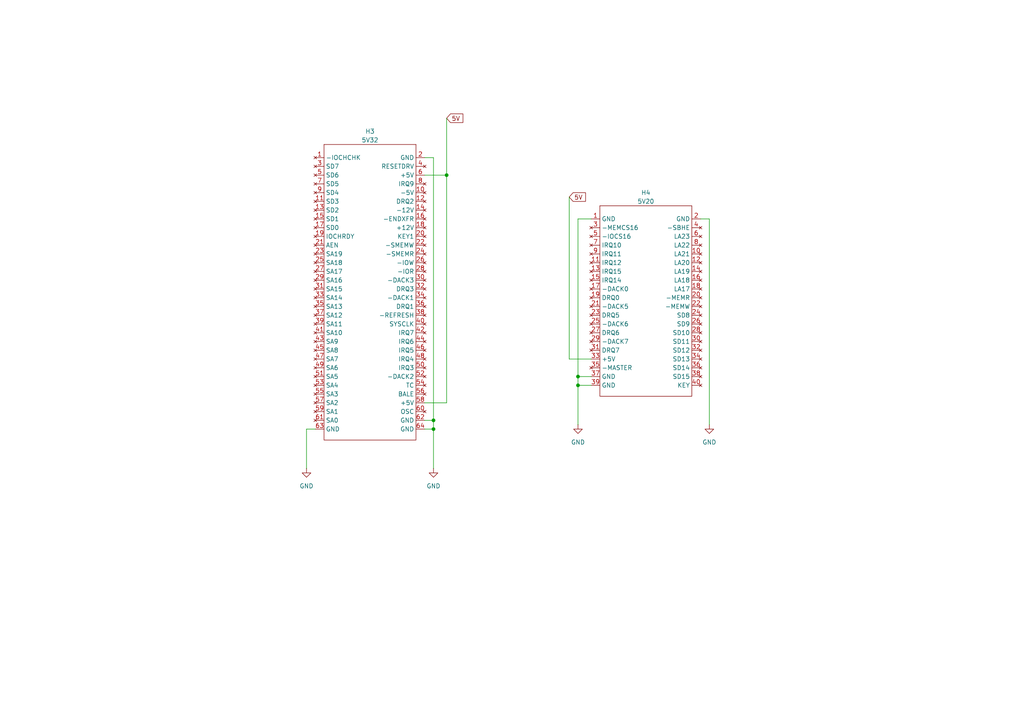
<source format=kicad_sch>
(kicad_sch
	(version 20231120)
	(generator "eeschema")
	(generator_version "8.0")
	(uuid "fc9fa8b3-71dc-428e-9c45-65dd3710cdcd")
	(paper "A4")
	(lib_symbols
		(symbol "NewSymbols:H3-PC104-J1"
			(exclude_from_sim no)
			(in_bom yes)
			(on_board yes)
			(property "Reference" "5V64"
				(at -11.43 36.83 0)
				(effects
					(font
						(size 1.27 1.27)
					)
				)
			)
			(property "Value" ""
				(at 0 0 0)
				(effects
					(font
						(size 1.27 1.27)
					)
				)
			)
			(property "Footprint" ""
				(at 0 0 0)
				(effects
					(font
						(size 1.27 1.27)
					)
					(hide yes)
				)
			)
			(property "Datasheet" ""
				(at 0 0 0)
				(effects
					(font
						(size 1.27 1.27)
					)
					(hide yes)
				)
			)
			(property "Description" ""
				(at 0 0 0)
				(effects
					(font
						(size 1.27 1.27)
					)
					(hide yes)
				)
			)
			(symbol "H3-PC104-J1_0_1"
				(polyline
					(pts
						(xy 12.7 35.56) (xy -13.97 35.56)
					)
					(stroke
						(width 0)
						(type default)
					)
					(fill
						(type none)
					)
				)
				(polyline
					(pts
						(xy -13.97 35.56) (xy -13.97 -50.165) (xy 12.7 -50.165) (xy 12.7 35.56)
					)
					(stroke
						(width 0)
						(type default)
					)
					(fill
						(type none)
					)
				)
			)
			(symbol "H3-PC104-J1_1_1"
				(pin no_connect line
					(at -16.51 31.75 0)
					(length 2.54)
					(name "-IOCHCHK"
						(effects
							(font
								(size 1.27 1.27)
							)
						)
					)
					(number "1"
						(effects
							(font
								(size 1.27 1.27)
							)
						)
					)
				)
				(pin no_connect line
					(at 15.24 21.59 180)
					(length 2.54)
					(name "-5V"
						(effects
							(font
								(size 1.27 1.27)
							)
						)
					)
					(number "10"
						(effects
							(font
								(size 1.27 1.27)
							)
						)
					)
				)
				(pin no_connect line
					(at -16.51 19.05 0)
					(length 2.54)
					(name "SD3"
						(effects
							(font
								(size 1.27 1.27)
							)
						)
					)
					(number "11"
						(effects
							(font
								(size 1.27 1.27)
							)
						)
					)
				)
				(pin no_connect line
					(at 15.24 19.05 180)
					(length 2.54)
					(name "DRQ2"
						(effects
							(font
								(size 1.27 1.27)
							)
						)
					)
					(number "12"
						(effects
							(font
								(size 1.27 1.27)
							)
						)
					)
				)
				(pin no_connect line
					(at -16.51 16.51 0)
					(length 2.54)
					(name "SD2"
						(effects
							(font
								(size 1.27 1.27)
							)
						)
					)
					(number "13"
						(effects
							(font
								(size 1.27 1.27)
							)
						)
					)
				)
				(pin no_connect line
					(at 15.24 16.51 180)
					(length 2.54)
					(name "-12V"
						(effects
							(font
								(size 1.27 1.27)
							)
						)
					)
					(number "14"
						(effects
							(font
								(size 1.27 1.27)
							)
						)
					)
				)
				(pin no_connect line
					(at -16.51 13.97 0)
					(length 2.54)
					(name "SD1"
						(effects
							(font
								(size 1.27 1.27)
							)
						)
					)
					(number "15"
						(effects
							(font
								(size 1.27 1.27)
							)
						)
					)
				)
				(pin no_connect line
					(at 15.24 13.97 180)
					(length 2.54)
					(name "-ENDXFR"
						(effects
							(font
								(size 1.27 1.27)
							)
						)
					)
					(number "16"
						(effects
							(font
								(size 1.27 1.27)
							)
						)
					)
				)
				(pin no_connect line
					(at -16.51 11.43 0)
					(length 2.54)
					(name "SD0"
						(effects
							(font
								(size 1.27 1.27)
							)
						)
					)
					(number "17"
						(effects
							(font
								(size 1.27 1.27)
							)
						)
					)
				)
				(pin no_connect line
					(at 15.24 11.43 180)
					(length 2.54)
					(name "+12V"
						(effects
							(font
								(size 1.27 1.27)
							)
						)
					)
					(number "18"
						(effects
							(font
								(size 1.27 1.27)
							)
						)
					)
				)
				(pin no_connect line
					(at -16.51 8.89 0)
					(length 2.54)
					(name "IOCHRDY"
						(effects
							(font
								(size 1.27 1.27)
							)
						)
					)
					(number "19"
						(effects
							(font
								(size 1.27 1.27)
							)
						)
					)
				)
				(pin input line
					(at 15.24 31.75 180)
					(length 2.54)
					(name "GND"
						(effects
							(font
								(size 1.27 1.27)
							)
						)
					)
					(number "2"
						(effects
							(font
								(size 1.27 1.27)
							)
						)
					)
				)
				(pin no_connect line
					(at 15.24 8.89 180)
					(length 2.54)
					(name "KEY1"
						(effects
							(font
								(size 1.27 1.27)
							)
						)
					)
					(number "20"
						(effects
							(font
								(size 1.27 1.27)
							)
						)
					)
				)
				(pin no_connect line
					(at -16.51 6.35 0)
					(length 2.54)
					(name "AEN"
						(effects
							(font
								(size 1.27 1.27)
							)
						)
					)
					(number "21"
						(effects
							(font
								(size 1.27 1.27)
							)
						)
					)
				)
				(pin no_connect line
					(at 15.24 6.35 180)
					(length 2.54)
					(name "-SMEMW"
						(effects
							(font
								(size 1.27 1.27)
							)
						)
					)
					(number "22"
						(effects
							(font
								(size 1.27 1.27)
							)
						)
					)
				)
				(pin no_connect line
					(at -16.51 3.81 0)
					(length 2.54)
					(name "SA19"
						(effects
							(font
								(size 1.27 1.27)
							)
						)
					)
					(number "23"
						(effects
							(font
								(size 1.27 1.27)
							)
						)
					)
				)
				(pin no_connect line
					(at 15.24 3.81 180)
					(length 2.54)
					(name "-SMEMR"
						(effects
							(font
								(size 1.27 1.27)
							)
						)
					)
					(number "24"
						(effects
							(font
								(size 1.27 1.27)
							)
						)
					)
				)
				(pin no_connect line
					(at -16.51 1.27 0)
					(length 2.54)
					(name "SA18"
						(effects
							(font
								(size 1.27 1.27)
							)
						)
					)
					(number "25"
						(effects
							(font
								(size 1.27 1.27)
							)
						)
					)
				)
				(pin no_connect line
					(at 15.24 1.27 180)
					(length 2.54)
					(name "-IOW"
						(effects
							(font
								(size 1.27 1.27)
							)
						)
					)
					(number "26"
						(effects
							(font
								(size 1.27 1.27)
							)
						)
					)
				)
				(pin no_connect line
					(at -16.51 -1.27 0)
					(length 2.54)
					(name "SA17"
						(effects
							(font
								(size 1.27 1.27)
							)
						)
					)
					(number "27"
						(effects
							(font
								(size 1.27 1.27)
							)
						)
					)
				)
				(pin no_connect line
					(at 15.24 -1.27 180)
					(length 2.54)
					(name "-IOR"
						(effects
							(font
								(size 1.27 1.27)
							)
						)
					)
					(number "28"
						(effects
							(font
								(size 1.27 1.27)
							)
						)
					)
				)
				(pin no_connect line
					(at -16.51 -3.81 0)
					(length 2.54)
					(name "SA16"
						(effects
							(font
								(size 1.27 1.27)
							)
						)
					)
					(number "29"
						(effects
							(font
								(size 1.27 1.27)
							)
						)
					)
				)
				(pin no_connect line
					(at -16.51 29.21 0)
					(length 2.54)
					(name "SD7"
						(effects
							(font
								(size 1.27 1.27)
							)
						)
					)
					(number "3"
						(effects
							(font
								(size 1.27 1.27)
							)
						)
					)
				)
				(pin no_connect line
					(at 15.24 -3.81 180)
					(length 2.54)
					(name "-DACK3"
						(effects
							(font
								(size 1.27 1.27)
							)
						)
					)
					(number "30"
						(effects
							(font
								(size 1.27 1.27)
							)
						)
					)
				)
				(pin no_connect line
					(at -16.51 -6.35 0)
					(length 2.54)
					(name "SA15"
						(effects
							(font
								(size 1.27 1.27)
							)
						)
					)
					(number "31"
						(effects
							(font
								(size 1.27 1.27)
							)
						)
					)
				)
				(pin no_connect line
					(at 15.24 -6.35 180)
					(length 2.54)
					(name "DRQ3"
						(effects
							(font
								(size 1.27 1.27)
							)
						)
					)
					(number "32"
						(effects
							(font
								(size 1.27 1.27)
							)
						)
					)
				)
				(pin no_connect line
					(at -16.51 -8.89 0)
					(length 2.54)
					(name "SA14"
						(effects
							(font
								(size 1.27 1.27)
							)
						)
					)
					(number "33"
						(effects
							(font
								(size 1.27 1.27)
							)
						)
					)
				)
				(pin no_connect line
					(at 15.24 -8.89 180)
					(length 2.54)
					(name "-DACK1"
						(effects
							(font
								(size 1.27 1.27)
							)
						)
					)
					(number "34"
						(effects
							(font
								(size 1.27 1.27)
							)
						)
					)
				)
				(pin no_connect line
					(at -16.51 -11.43 0)
					(length 2.54)
					(name "SA13"
						(effects
							(font
								(size 1.27 1.27)
							)
						)
					)
					(number "35"
						(effects
							(font
								(size 1.27 1.27)
							)
						)
					)
				)
				(pin no_connect line
					(at 15.24 -11.43 180)
					(length 2.54)
					(name "DRQ1"
						(effects
							(font
								(size 1.27 1.27)
							)
						)
					)
					(number "36"
						(effects
							(font
								(size 1.27 1.27)
							)
						)
					)
				)
				(pin no_connect line
					(at -16.51 -13.97 0)
					(length 2.54)
					(name "SA12"
						(effects
							(font
								(size 1.27 1.27)
							)
						)
					)
					(number "37"
						(effects
							(font
								(size 1.27 1.27)
							)
						)
					)
				)
				(pin no_connect line
					(at 15.24 -13.97 180)
					(length 2.54)
					(name "-REFRESH"
						(effects
							(font
								(size 1.27 1.27)
							)
						)
					)
					(number "38"
						(effects
							(font
								(size 1.27 1.27)
							)
						)
					)
				)
				(pin no_connect line
					(at -16.51 -16.51 0)
					(length 2.54)
					(name "SA11"
						(effects
							(font
								(size 1.27 1.27)
							)
						)
					)
					(number "39"
						(effects
							(font
								(size 1.27 1.27)
							)
						)
					)
				)
				(pin no_connect line
					(at 15.24 29.21 180)
					(length 2.54)
					(name "RESETDRV"
						(effects
							(font
								(size 1.27 1.27)
							)
						)
					)
					(number "4"
						(effects
							(font
								(size 1.27 1.27)
							)
						)
					)
				)
				(pin no_connect line
					(at 15.24 -16.51 180)
					(length 2.54)
					(name "SYSCLK"
						(effects
							(font
								(size 1.27 1.27)
							)
						)
					)
					(number "40"
						(effects
							(font
								(size 1.27 1.27)
							)
						)
					)
				)
				(pin no_connect line
					(at -16.51 -19.05 0)
					(length 2.54)
					(name "SA10"
						(effects
							(font
								(size 1.27 1.27)
							)
						)
					)
					(number "41"
						(effects
							(font
								(size 1.27 1.27)
							)
						)
					)
				)
				(pin no_connect line
					(at 15.24 -19.05 180)
					(length 2.54)
					(name "IRQ7"
						(effects
							(font
								(size 1.27 1.27)
							)
						)
					)
					(number "42"
						(effects
							(font
								(size 1.27 1.27)
							)
						)
					)
				)
				(pin no_connect line
					(at -16.51 -21.59 0)
					(length 2.54)
					(name "SA9"
						(effects
							(font
								(size 1.27 1.27)
							)
						)
					)
					(number "43"
						(effects
							(font
								(size 1.27 1.27)
							)
						)
					)
				)
				(pin no_connect line
					(at 15.24 -21.59 180)
					(length 2.54)
					(name "IRQ6"
						(effects
							(font
								(size 1.27 1.27)
							)
						)
					)
					(number "44"
						(effects
							(font
								(size 1.27 1.27)
							)
						)
					)
				)
				(pin no_connect line
					(at -16.51 -24.13 0)
					(length 2.54)
					(name "SA8"
						(effects
							(font
								(size 1.27 1.27)
							)
						)
					)
					(number "45"
						(effects
							(font
								(size 1.27 1.27)
							)
						)
					)
				)
				(pin no_connect line
					(at 15.24 -24.13 180)
					(length 2.54)
					(name "IRQ5"
						(effects
							(font
								(size 1.27 1.27)
							)
						)
					)
					(number "46"
						(effects
							(font
								(size 1.27 1.27)
							)
						)
					)
				)
				(pin no_connect line
					(at -16.51 -26.67 0)
					(length 2.54)
					(name "SA7"
						(effects
							(font
								(size 1.27 1.27)
							)
						)
					)
					(number "47"
						(effects
							(font
								(size 1.27 1.27)
							)
						)
					)
				)
				(pin no_connect line
					(at 15.24 -26.67 180)
					(length 2.54)
					(name "IRQ4"
						(effects
							(font
								(size 1.27 1.27)
							)
						)
					)
					(number "48"
						(effects
							(font
								(size 1.27 1.27)
							)
						)
					)
				)
				(pin no_connect line
					(at -16.51 -29.21 0)
					(length 2.54)
					(name "SA6"
						(effects
							(font
								(size 1.27 1.27)
							)
						)
					)
					(number "49"
						(effects
							(font
								(size 1.27 1.27)
							)
						)
					)
				)
				(pin no_connect line
					(at -16.51 26.67 0)
					(length 2.54)
					(name "SD6"
						(effects
							(font
								(size 1.27 1.27)
							)
						)
					)
					(number "5"
						(effects
							(font
								(size 1.27 1.27)
							)
						)
					)
				)
				(pin no_connect line
					(at 15.24 -29.21 180)
					(length 2.54)
					(name "IRQ3"
						(effects
							(font
								(size 1.27 1.27)
							)
						)
					)
					(number "50"
						(effects
							(font
								(size 1.27 1.27)
							)
						)
					)
				)
				(pin no_connect line
					(at -16.51 -31.75 0)
					(length 2.54)
					(name "SA5"
						(effects
							(font
								(size 1.27 1.27)
							)
						)
					)
					(number "51"
						(effects
							(font
								(size 1.27 1.27)
							)
						)
					)
				)
				(pin no_connect line
					(at 15.24 -31.75 180)
					(length 2.54)
					(name "-DACK2"
						(effects
							(font
								(size 1.27 1.27)
							)
						)
					)
					(number "52"
						(effects
							(font
								(size 1.27 1.27)
							)
						)
					)
				)
				(pin no_connect line
					(at -16.51 -34.29 0)
					(length 2.54)
					(name "SA4"
						(effects
							(font
								(size 1.27 1.27)
							)
						)
					)
					(number "53"
						(effects
							(font
								(size 1.27 1.27)
							)
						)
					)
				)
				(pin no_connect line
					(at 15.24 -34.29 180)
					(length 2.54)
					(name "TC"
						(effects
							(font
								(size 1.27 1.27)
							)
						)
					)
					(number "54"
						(effects
							(font
								(size 1.27 1.27)
							)
						)
					)
				)
				(pin no_connect line
					(at -16.51 -36.83 0)
					(length 2.54)
					(name "SA3"
						(effects
							(font
								(size 1.27 1.27)
							)
						)
					)
					(number "55"
						(effects
							(font
								(size 1.27 1.27)
							)
						)
					)
				)
				(pin no_connect line
					(at 15.24 -36.83 180)
					(length 2.54)
					(name "BALE"
						(effects
							(font
								(size 1.27 1.27)
							)
						)
					)
					(number "56"
						(effects
							(font
								(size 1.27 1.27)
							)
						)
					)
				)
				(pin no_connect line
					(at -16.51 -39.37 0)
					(length 2.54)
					(name "SA2"
						(effects
							(font
								(size 1.27 1.27)
							)
						)
					)
					(number "57"
						(effects
							(font
								(size 1.27 1.27)
							)
						)
					)
				)
				(pin power_out line
					(at 15.24 -39.37 180)
					(length 2.54)
					(name "+5V"
						(effects
							(font
								(size 1.27 1.27)
							)
						)
					)
					(number "58"
						(effects
							(font
								(size 1.27 1.27)
							)
						)
					)
				)
				(pin no_connect line
					(at -16.51 -41.91 0)
					(length 2.54)
					(name "SA1"
						(effects
							(font
								(size 1.27 1.27)
							)
						)
					)
					(number "59"
						(effects
							(font
								(size 1.27 1.27)
							)
						)
					)
				)
				(pin power_out line
					(at 15.24 26.67 180)
					(length 2.54)
					(name "+5V"
						(effects
							(font
								(size 1.27 1.27)
							)
						)
					)
					(number "6"
						(effects
							(font
								(size 1.27 1.27)
							)
						)
					)
				)
				(pin no_connect line
					(at 15.24 -41.91 180)
					(length 2.54)
					(name "OSC"
						(effects
							(font
								(size 1.27 1.27)
							)
						)
					)
					(number "60"
						(effects
							(font
								(size 1.27 1.27)
							)
						)
					)
				)
				(pin no_connect line
					(at -16.51 -44.45 0)
					(length 2.54)
					(name "SA0"
						(effects
							(font
								(size 1.27 1.27)
							)
						)
					)
					(number "61"
						(effects
							(font
								(size 1.27 1.27)
							)
						)
					)
				)
				(pin input line
					(at 15.24 -44.45 180)
					(length 2.54)
					(name "GND"
						(effects
							(font
								(size 1.27 1.27)
							)
						)
					)
					(number "62"
						(effects
							(font
								(size 1.27 1.27)
							)
						)
					)
				)
				(pin input line
					(at -16.51 -46.99 0)
					(length 2.54)
					(name "GND"
						(effects
							(font
								(size 1.27 1.27)
							)
						)
					)
					(number "63"
						(effects
							(font
								(size 1.27 1.27)
							)
						)
					)
				)
				(pin input line
					(at 15.24 -46.99 180)
					(length 2.54)
					(name "GND"
						(effects
							(font
								(size 1.27 1.27)
							)
						)
					)
					(number "64"
						(effects
							(font
								(size 1.27 1.27)
							)
						)
					)
				)
				(pin no_connect line
					(at -16.51 24.13 0)
					(length 2.54)
					(name "SD5"
						(effects
							(font
								(size 1.27 1.27)
							)
						)
					)
					(number "7"
						(effects
							(font
								(size 1.27 1.27)
							)
						)
					)
				)
				(pin no_connect line
					(at 15.24 24.13 180)
					(length 2.54)
					(name "IRQ9"
						(effects
							(font
								(size 1.27 1.27)
							)
						)
					)
					(number "8"
						(effects
							(font
								(size 1.27 1.27)
							)
						)
					)
				)
				(pin no_connect line
					(at -16.51 21.59 0)
					(length 2.54)
					(name "SD4"
						(effects
							(font
								(size 1.27 1.27)
							)
						)
					)
					(number "9"
						(effects
							(font
								(size 1.27 1.27)
							)
						)
					)
				)
			)
		)
		(symbol "NewSymbols:H4-PC104-J2"
			(exclude_from_sim no)
			(in_bom yes)
			(on_board yes)
			(property "Reference" "5V40"
				(at -11.938 26.924 0)
				(effects
					(font
						(size 1.27 1.27)
					)
				)
			)
			(property "Value" ""
				(at 0 -8.89 0)
				(effects
					(font
						(size 1.27 1.27)
					)
				)
			)
			(property "Footprint" ""
				(at 0 -8.89 0)
				(effects
					(font
						(size 1.27 1.27)
					)
					(hide yes)
				)
			)
			(property "Datasheet" ""
				(at 0 -8.89 0)
				(effects
					(font
						(size 1.27 1.27)
					)
					(hide yes)
				)
			)
			(property "Description" ""
				(at 0 -8.89 0)
				(effects
					(font
						(size 1.27 1.27)
					)
					(hide yes)
				)
			)
			(symbol "H4-PC104-J2_0_1"
				(polyline
					(pts
						(xy 12.7 25.4) (xy -13.97 25.4)
					)
					(stroke
						(width 0)
						(type default)
					)
					(fill
						(type none)
					)
				)
				(polyline
					(pts
						(xy -13.97 25.4) (xy -13.97 -29.845) (xy 12.7 -29.845) (xy 12.7 25.4)
					)
					(stroke
						(width 0)
						(type default)
					)
					(fill
						(type none)
					)
				)
			)
			(symbol "H4-PC104-J2_1_1"
				(pin input line
					(at -16.51 21.59 0)
					(length 2.54)
					(name "GND"
						(effects
							(font
								(size 1.27 1.27)
							)
						)
					)
					(number "1"
						(effects
							(font
								(size 1.27 1.27)
							)
						)
					)
				)
				(pin no_connect line
					(at 15.24 11.43 180)
					(length 2.54)
					(name "LA21"
						(effects
							(font
								(size 1.27 1.27)
							)
						)
					)
					(number "10"
						(effects
							(font
								(size 1.27 1.27)
							)
						)
					)
				)
				(pin no_connect line
					(at -16.51 8.89 0)
					(length 2.54)
					(name "IRQ12"
						(effects
							(font
								(size 1.27 1.27)
							)
						)
					)
					(number "11"
						(effects
							(font
								(size 1.27 1.27)
							)
						)
					)
				)
				(pin no_connect line
					(at 15.24 8.89 180)
					(length 2.54)
					(name "LA20"
						(effects
							(font
								(size 1.27 1.27)
							)
						)
					)
					(number "12"
						(effects
							(font
								(size 1.27 1.27)
							)
						)
					)
				)
				(pin no_connect line
					(at -16.51 6.35 0)
					(length 2.54)
					(name "IRQ15"
						(effects
							(font
								(size 1.27 1.27)
							)
						)
					)
					(number "13"
						(effects
							(font
								(size 1.27 1.27)
							)
						)
					)
				)
				(pin no_connect line
					(at 15.24 6.35 180)
					(length 2.54)
					(name "LA19"
						(effects
							(font
								(size 1.27 1.27)
							)
						)
					)
					(number "14"
						(effects
							(font
								(size 1.27 1.27)
							)
						)
					)
				)
				(pin no_connect line
					(at -16.51 3.81 0)
					(length 2.54)
					(name "IRQ14"
						(effects
							(font
								(size 1.27 1.27)
							)
						)
					)
					(number "15"
						(effects
							(font
								(size 1.27 1.27)
							)
						)
					)
				)
				(pin no_connect line
					(at 15.24 3.81 180)
					(length 2.54)
					(name "LA18"
						(effects
							(font
								(size 1.27 1.27)
							)
						)
					)
					(number "16"
						(effects
							(font
								(size 1.27 1.27)
							)
						)
					)
				)
				(pin no_connect line
					(at -16.51 1.27 0)
					(length 2.54)
					(name "-DACK0"
						(effects
							(font
								(size 1.27 1.27)
							)
						)
					)
					(number "17"
						(effects
							(font
								(size 1.27 1.27)
							)
						)
					)
				)
				(pin no_connect line
					(at 15.24 1.27 180)
					(length 2.54)
					(name "LA17"
						(effects
							(font
								(size 1.27 1.27)
							)
						)
					)
					(number "18"
						(effects
							(font
								(size 1.27 1.27)
							)
						)
					)
				)
				(pin no_connect line
					(at -16.51 -1.27 0)
					(length 2.54)
					(name "DRQ0"
						(effects
							(font
								(size 1.27 1.27)
							)
						)
					)
					(number "19"
						(effects
							(font
								(size 1.27 1.27)
							)
						)
					)
				)
				(pin input line
					(at 15.24 21.59 180)
					(length 2.54)
					(name "GND"
						(effects
							(font
								(size 1.27 1.27)
							)
						)
					)
					(number "2"
						(effects
							(font
								(size 1.27 1.27)
							)
						)
					)
				)
				(pin no_connect line
					(at 15.24 -1.27 180)
					(length 2.54)
					(name "-MEMR"
						(effects
							(font
								(size 1.27 1.27)
							)
						)
					)
					(number "20"
						(effects
							(font
								(size 1.27 1.27)
							)
						)
					)
				)
				(pin no_connect line
					(at -16.51 -3.81 0)
					(length 2.54)
					(name "-DACK5"
						(effects
							(font
								(size 1.27 1.27)
							)
						)
					)
					(number "21"
						(effects
							(font
								(size 1.27 1.27)
							)
						)
					)
				)
				(pin no_connect line
					(at 15.24 -3.81 180)
					(length 2.54)
					(name "-MEMW"
						(effects
							(font
								(size 1.27 1.27)
							)
						)
					)
					(number "22"
						(effects
							(font
								(size 1.27 1.27)
							)
						)
					)
				)
				(pin no_connect line
					(at -16.51 -6.35 0)
					(length 2.54)
					(name "DRQ5"
						(effects
							(font
								(size 1.27 1.27)
							)
						)
					)
					(number "23"
						(effects
							(font
								(size 1.27 1.27)
							)
						)
					)
				)
				(pin no_connect line
					(at 15.24 -6.35 180)
					(length 2.54)
					(name "SD8"
						(effects
							(font
								(size 1.27 1.27)
							)
						)
					)
					(number "24"
						(effects
							(font
								(size 1.27 1.27)
							)
						)
					)
				)
				(pin no_connect line
					(at -16.51 -8.89 0)
					(length 2.54)
					(name "-DACK6"
						(effects
							(font
								(size 1.27 1.27)
							)
						)
					)
					(number "25"
						(effects
							(font
								(size 1.27 1.27)
							)
						)
					)
				)
				(pin no_connect line
					(at 15.24 -8.89 180)
					(length 2.54)
					(name "SD9"
						(effects
							(font
								(size 1.27 1.27)
							)
						)
					)
					(number "26"
						(effects
							(font
								(size 1.27 1.27)
							)
						)
					)
				)
				(pin no_connect line
					(at -16.51 -11.43 0)
					(length 2.54)
					(name "DRQ6"
						(effects
							(font
								(size 1.27 1.27)
							)
						)
					)
					(number "27"
						(effects
							(font
								(size 1.27 1.27)
							)
						)
					)
				)
				(pin no_connect line
					(at 15.24 -11.43 180)
					(length 2.54)
					(name "SD10"
						(effects
							(font
								(size 1.27 1.27)
							)
						)
					)
					(number "28"
						(effects
							(font
								(size 1.27 1.27)
							)
						)
					)
				)
				(pin no_connect line
					(at -16.51 -13.97 0)
					(length 2.54)
					(name "-DACK7"
						(effects
							(font
								(size 1.27 1.27)
							)
						)
					)
					(number "29"
						(effects
							(font
								(size 1.27 1.27)
							)
						)
					)
				)
				(pin no_connect line
					(at -16.51 19.05 0)
					(length 2.54)
					(name "-MEMCS16"
						(effects
							(font
								(size 1.27 1.27)
							)
						)
					)
					(number "3"
						(effects
							(font
								(size 1.27 1.27)
							)
						)
					)
				)
				(pin no_connect line
					(at 15.24 -13.97 180)
					(length 2.54)
					(name "SD11"
						(effects
							(font
								(size 1.27 1.27)
							)
						)
					)
					(number "30"
						(effects
							(font
								(size 1.27 1.27)
							)
						)
					)
				)
				(pin no_connect line
					(at -16.51 -16.51 0)
					(length 2.54)
					(name "DRQ7"
						(effects
							(font
								(size 1.27 1.27)
							)
						)
					)
					(number "31"
						(effects
							(font
								(size 1.27 1.27)
							)
						)
					)
				)
				(pin no_connect line
					(at 15.24 -16.51 180)
					(length 2.54)
					(name "SD12"
						(effects
							(font
								(size 1.27 1.27)
							)
						)
					)
					(number "32"
						(effects
							(font
								(size 1.27 1.27)
							)
						)
					)
				)
				(pin power_out line
					(at -16.51 -19.05 0)
					(length 2.54)
					(name "+5V"
						(effects
							(font
								(size 1.27 1.27)
							)
						)
					)
					(number "33"
						(effects
							(font
								(size 1.27 1.27)
							)
						)
					)
				)
				(pin no_connect line
					(at 15.24 -19.05 180)
					(length 2.54)
					(name "SD13"
						(effects
							(font
								(size 1.27 1.27)
							)
						)
					)
					(number "34"
						(effects
							(font
								(size 1.27 1.27)
							)
						)
					)
				)
				(pin no_connect line
					(at -16.51 -21.59 0)
					(length 2.54)
					(name "-MASTER"
						(effects
							(font
								(size 1.27 1.27)
							)
						)
					)
					(number "35"
						(effects
							(font
								(size 1.27 1.27)
							)
						)
					)
				)
				(pin no_connect line
					(at 15.24 -21.59 180)
					(length 2.54)
					(name "SD14"
						(effects
							(font
								(size 1.27 1.27)
							)
						)
					)
					(number "36"
						(effects
							(font
								(size 1.27 1.27)
							)
						)
					)
				)
				(pin input line
					(at -16.51 -24.13 0)
					(length 2.54)
					(name "GND"
						(effects
							(font
								(size 1.27 1.27)
							)
						)
					)
					(number "37"
						(effects
							(font
								(size 1.27 1.27)
							)
						)
					)
				)
				(pin no_connect line
					(at 15.24 -24.13 180)
					(length 2.54)
					(name "SD15"
						(effects
							(font
								(size 1.27 1.27)
							)
						)
					)
					(number "38"
						(effects
							(font
								(size 1.27 1.27)
							)
						)
					)
				)
				(pin input line
					(at -16.51 -26.67 0)
					(length 2.54)
					(name "GND"
						(effects
							(font
								(size 1.27 1.27)
							)
						)
					)
					(number "39"
						(effects
							(font
								(size 1.27 1.27)
							)
						)
					)
				)
				(pin no_connect line
					(at 15.24 19.05 180)
					(length 2.54)
					(name "-SBHE"
						(effects
							(font
								(size 1.27 1.27)
							)
						)
					)
					(number "4"
						(effects
							(font
								(size 1.27 1.27)
							)
						)
					)
				)
				(pin no_connect line
					(at 15.24 -26.67 180)
					(length 2.54)
					(name "KEY"
						(effects
							(font
								(size 1.27 1.27)
							)
						)
					)
					(number "40"
						(effects
							(font
								(size 1.27 1.27)
							)
						)
					)
				)
				(pin no_connect line
					(at -16.51 16.51 0)
					(length 2.54)
					(name "-IOCS16"
						(effects
							(font
								(size 1.27 1.27)
							)
						)
					)
					(number "5"
						(effects
							(font
								(size 1.27 1.27)
							)
						)
					)
				)
				(pin no_connect line
					(at 15.24 16.51 180)
					(length 2.54)
					(name "LA23"
						(effects
							(font
								(size 1.27 1.27)
							)
						)
					)
					(number "6"
						(effects
							(font
								(size 1.27 1.27)
							)
						)
					)
				)
				(pin no_connect line
					(at -16.51 13.97 0)
					(length 2.54)
					(name "IRQ10"
						(effects
							(font
								(size 1.27 1.27)
							)
						)
					)
					(number "7"
						(effects
							(font
								(size 1.27 1.27)
							)
						)
					)
				)
				(pin no_connect line
					(at 15.24 13.97 180)
					(length 2.54)
					(name "LA22"
						(effects
							(font
								(size 1.27 1.27)
							)
						)
					)
					(number "8"
						(effects
							(font
								(size 1.27 1.27)
							)
						)
					)
				)
				(pin no_connect line
					(at -16.51 11.43 0)
					(length 2.54)
					(name "IRQ11"
						(effects
							(font
								(size 1.27 1.27)
							)
						)
					)
					(number "9"
						(effects
							(font
								(size 1.27 1.27)
							)
						)
					)
				)
			)
		)
		(symbol "power:GND"
			(power)
			(pin_numbers hide)
			(pin_names
				(offset 0) hide)
			(exclude_from_sim no)
			(in_bom yes)
			(on_board yes)
			(property "Reference" "#PWR"
				(at 0 -6.35 0)
				(effects
					(font
						(size 1.27 1.27)
					)
					(hide yes)
				)
			)
			(property "Value" "GND"
				(at 0 -3.81 0)
				(effects
					(font
						(size 1.27 1.27)
					)
				)
			)
			(property "Footprint" ""
				(at 0 0 0)
				(effects
					(font
						(size 1.27 1.27)
					)
					(hide yes)
				)
			)
			(property "Datasheet" ""
				(at 0 0 0)
				(effects
					(font
						(size 1.27 1.27)
					)
					(hide yes)
				)
			)
			(property "Description" "Power symbol creates a global label with name \"GND\" , ground"
				(at 0 0 0)
				(effects
					(font
						(size 1.27 1.27)
					)
					(hide yes)
				)
			)
			(property "ki_keywords" "global power"
				(at 0 0 0)
				(effects
					(font
						(size 1.27 1.27)
					)
					(hide yes)
				)
			)
			(symbol "GND_0_1"
				(polyline
					(pts
						(xy 0 0) (xy 0 -1.27) (xy 1.27 -1.27) (xy 0 -2.54) (xy -1.27 -1.27) (xy 0 -1.27)
					)
					(stroke
						(width 0)
						(type default)
					)
					(fill
						(type none)
					)
				)
			)
			(symbol "GND_1_1"
				(pin power_in line
					(at 0 0 270)
					(length 0)
					(name "~"
						(effects
							(font
								(size 1.27 1.27)
							)
						)
					)
					(number "1"
						(effects
							(font
								(size 1.27 1.27)
							)
						)
					)
				)
			)
		)
	)
	(junction
		(at 125.73 124.46)
		(diameter 0)
		(color 0 0 0 0)
		(uuid "510425e9-1d3b-4c6b-b213-cb23460dcbe1")
	)
	(junction
		(at 125.73 121.92)
		(diameter 0)
		(color 0 0 0 0)
		(uuid "5ff2569f-5b63-482d-bc23-e58b050be91e")
	)
	(junction
		(at 129.54 50.8)
		(diameter 0)
		(color 0 0 0 0)
		(uuid "7a999d55-6e20-4c11-a24d-cbe75657f36a")
	)
	(junction
		(at 167.64 111.76)
		(diameter 0)
		(color 0 0 0 0)
		(uuid "9bb363a2-30a6-4ec6-87c6-62bc1b525966")
	)
	(junction
		(at 167.64 109.22)
		(diameter 0)
		(color 0 0 0 0)
		(uuid "df24b9dd-7cf9-405a-803f-665ba3c0ea19")
	)
	(wire
		(pts
			(xy 167.64 111.76) (xy 171.45 111.76)
		)
		(stroke
			(width 0)
			(type default)
		)
		(uuid "067f87bd-3527-411c-b261-cad950347ae3")
	)
	(wire
		(pts
			(xy 205.74 63.5) (xy 205.74 123.19)
		)
		(stroke
			(width 0)
			(type default)
		)
		(uuid "0f607bec-0504-4426-9ece-74e708f05b0a")
	)
	(wire
		(pts
			(xy 129.54 34.29) (xy 129.54 50.8)
		)
		(stroke
			(width 0)
			(type default)
		)
		(uuid "29c67bfc-b00b-48d4-9483-575dab33d3b5")
	)
	(wire
		(pts
			(xy 123.19 50.8) (xy 129.54 50.8)
		)
		(stroke
			(width 0)
			(type default)
		)
		(uuid "37c7a4d0-f23e-45fb-b7a8-f76995815462")
	)
	(wire
		(pts
			(xy 125.73 121.92) (xy 125.73 124.46)
		)
		(stroke
			(width 0)
			(type default)
		)
		(uuid "40c19c0d-2638-4167-a9cc-39455acd5e2d")
	)
	(wire
		(pts
			(xy 123.19 124.46) (xy 125.73 124.46)
		)
		(stroke
			(width 0)
			(type default)
		)
		(uuid "4a3a1fe1-74aa-4903-b744-74000720582e")
	)
	(wire
		(pts
			(xy 167.64 111.76) (xy 167.64 123.19)
		)
		(stroke
			(width 0)
			(type default)
		)
		(uuid "613e0534-dadc-44e4-a3c5-3366dde7cbb9")
	)
	(wire
		(pts
			(xy 125.73 45.72) (xy 125.73 121.92)
		)
		(stroke
			(width 0)
			(type default)
		)
		(uuid "8a4ef909-4ee9-43cb-bb02-88e3c1d3ef79")
	)
	(wire
		(pts
			(xy 129.54 50.8) (xy 129.54 116.84)
		)
		(stroke
			(width 0)
			(type default)
		)
		(uuid "8ada4c7a-6bc3-4abc-8b1c-516979ef1fd2")
	)
	(wire
		(pts
			(xy 165.1 104.14) (xy 171.45 104.14)
		)
		(stroke
			(width 0)
			(type default)
		)
		(uuid "8be1edfe-1fe4-4e39-8fdd-ebe43092f55c")
	)
	(wire
		(pts
			(xy 167.64 109.22) (xy 167.64 111.76)
		)
		(stroke
			(width 0)
			(type default)
		)
		(uuid "93c6caab-904a-4fef-9197-61f8dd5aa07a")
	)
	(wire
		(pts
			(xy 125.73 124.46) (xy 125.73 135.89)
		)
		(stroke
			(width 0)
			(type default)
		)
		(uuid "93f6a4d2-f642-4986-9971-66f4b225bd0e")
	)
	(wire
		(pts
			(xy 88.9 124.46) (xy 88.9 135.89)
		)
		(stroke
			(width 0)
			(type default)
		)
		(uuid "9638e63f-688b-4eb1-90e7-7bccb7791c21")
	)
	(wire
		(pts
			(xy 123.19 116.84) (xy 129.54 116.84)
		)
		(stroke
			(width 0)
			(type default)
		)
		(uuid "bb44aee9-57d0-4d6e-873b-4f68404687c7")
	)
	(wire
		(pts
			(xy 203.2 63.5) (xy 205.74 63.5)
		)
		(stroke
			(width 0)
			(type default)
		)
		(uuid "bc2fe703-a9b4-4150-a9ef-331a9f9cff9d")
	)
	(wire
		(pts
			(xy 123.19 45.72) (xy 125.73 45.72)
		)
		(stroke
			(width 0)
			(type default)
		)
		(uuid "c696bfad-3158-47c3-b089-fca5386313a2")
	)
	(wire
		(pts
			(xy 167.64 63.5) (xy 167.64 109.22)
		)
		(stroke
			(width 0)
			(type default)
		)
		(uuid "c9d80375-301a-4780-ab7a-8a54edb30033")
	)
	(wire
		(pts
			(xy 123.19 121.92) (xy 125.73 121.92)
		)
		(stroke
			(width 0)
			(type default)
		)
		(uuid "cccf31e8-ea42-49f0-aed5-9e75aeae71fc")
	)
	(wire
		(pts
			(xy 91.44 124.46) (xy 88.9 124.46)
		)
		(stroke
			(width 0)
			(type default)
		)
		(uuid "d223c7ea-41f9-4e85-a338-5eb6c0c35931")
	)
	(wire
		(pts
			(xy 165.1 57.15) (xy 165.1 104.14)
		)
		(stroke
			(width 0)
			(type default)
		)
		(uuid "dbc457ed-9611-416e-a047-6ed6f7280ce3")
	)
	(wire
		(pts
			(xy 167.64 109.22) (xy 171.45 109.22)
		)
		(stroke
			(width 0)
			(type default)
		)
		(uuid "eb9f8d4a-08e9-4519-9466-5b3b3b07dc3c")
	)
	(wire
		(pts
			(xy 171.45 63.5) (xy 167.64 63.5)
		)
		(stroke
			(width 0)
			(type default)
		)
		(uuid "f3ee8482-b4d3-42d1-a9ec-3fd5d6dde821")
	)
	(global_label "5V"
		(shape input)
		(at 165.1 57.15 0)
		(fields_autoplaced yes)
		(effects
			(font
				(size 1.27 1.27)
			)
			(justify left)
		)
		(uuid "00fa8f75-d00c-4ee2-9a5e-9f5d760f0afd")
		(property "Intersheetrefs" "${INTERSHEET_REFS}"
			(at 170.3833 57.15 0)
			(effects
				(font
					(size 1.27 1.27)
				)
				(justify left)
				(hide yes)
			)
		)
	)
	(global_label "5V"
		(shape input)
		(at 129.54 34.29 0)
		(fields_autoplaced yes)
		(effects
			(font
				(size 1.27 1.27)
			)
			(justify left)
		)
		(uuid "bbbc6e96-edde-4ba2-9bb2-0641f43b3800")
		(property "Intersheetrefs" "${INTERSHEET_REFS}"
			(at 134.8233 34.29 0)
			(effects
				(font
					(size 1.27 1.27)
				)
				(justify left)
				(hide yes)
			)
		)
	)
	(symbol
		(lib_id "NewSymbols:H4-PC104-J2")
		(at 187.96 85.09 0)
		(unit 1)
		(exclude_from_sim no)
		(in_bom yes)
		(on_board yes)
		(dnp no)
		(fields_autoplaced yes)
		(uuid "40f815d9-fb19-4da9-9eae-a98631c28756")
		(property "Reference" "H4"
			(at 187.325 55.88 0)
			(effects
				(font
					(size 1.27 1.27)
				)
			)
		)
		(property "Value" "5V20"
			(at 187.325 58.42 0)
			(effects
				(font
					(size 1.27 1.27)
				)
			)
		)
		(property "Footprint" "Library:H4"
			(at 187.96 93.98 0)
			(effects
				(font
					(size 1.27 1.27)
				)
				(hide yes)
			)
		)
		(property "Datasheet" ""
			(at 187.96 93.98 0)
			(effects
				(font
					(size 1.27 1.27)
				)
				(hide yes)
			)
		)
		(property "Description" ""
			(at 187.96 93.98 0)
			(effects
				(font
					(size 1.27 1.27)
				)
				(hide yes)
			)
		)
		(pin "25"
			(uuid "f660d745-0102-4f4e-b640-464b14e87613")
		)
		(pin "19"
			(uuid "af992c2a-0fbf-4ca9-b45a-4b9a01a3c24c")
		)
		(pin "28"
			(uuid "615c27ef-cb89-4a3f-b80f-9f645e640577")
		)
		(pin "3"
			(uuid "b73fcfcd-23a5-41ac-84e6-d3dc993ae8bc")
		)
		(pin "6"
			(uuid "28af383e-cd66-4e56-a0a1-fb197d48fda2")
		)
		(pin "32"
			(uuid "a2a68d47-768e-4c9e-8901-61474834d13a")
		)
		(pin "7"
			(uuid "21efab27-a9c3-484d-b4ca-455670044b97")
		)
		(pin "18"
			(uuid "c71aa468-095a-4882-a723-053771542a49")
		)
		(pin "26"
			(uuid "da221570-1bbe-4ab7-ba88-cc554c170c42")
		)
		(pin "17"
			(uuid "4bc53ff1-3b24-4d5c-96ec-447bc9463064")
		)
		(pin "33"
			(uuid "1bcf7c29-5f5f-4bda-854c-7e916f57be2b")
		)
		(pin "35"
			(uuid "cccf81fd-f81c-4b30-b0c9-41b91da451dd")
		)
		(pin "4"
			(uuid "90d1eb8f-47fa-41c3-b383-0345c1adde46")
		)
		(pin "9"
			(uuid "72ae7e5e-b72f-4f22-8026-b0eb5019938e")
		)
		(pin "5"
			(uuid "8aff2e69-e037-48f2-8934-5591cd9ba360")
		)
		(pin "30"
			(uuid "28788b1e-88c4-4c89-8c89-1cb549baa704")
		)
		(pin "13"
			(uuid "44a6ec95-bb9b-40a7-9e2c-18be1a3b5dee")
		)
		(pin "34"
			(uuid "eceac9e4-1fe3-4529-82dd-f30018eef052")
		)
		(pin "23"
			(uuid "6d0eb116-f81d-4bb4-a07f-95abe309586b")
		)
		(pin "27"
			(uuid "f59f3e96-6d21-4354-b5c1-8dadfd00e05c")
		)
		(pin "12"
			(uuid "77888c60-8f41-4d82-8111-e6165afbcadf")
		)
		(pin "39"
			(uuid "da69d9df-8d91-4cbd-91ff-c177e2ed0416")
		)
		(pin "10"
			(uuid "898efa4d-502a-4a9b-913a-c18aac68de67")
		)
		(pin "24"
			(uuid "9855e694-922b-4c2c-8bae-e6444aced2b8")
		)
		(pin "40"
			(uuid "b4b9db7b-258b-49e8-bbc8-ef09d8b5ed73")
		)
		(pin "31"
			(uuid "d72ef168-61b9-4f72-a55f-5aee6bdf1ecd")
		)
		(pin "8"
			(uuid "a5f7c7d0-1a10-4706-8af9-02035545240e")
		)
		(pin "21"
			(uuid "d3688663-a890-4d9b-a31a-51c77b4a25ba")
		)
		(pin "22"
			(uuid "7cb8aac7-9cf5-44b7-97d4-87356303d3fd")
		)
		(pin "29"
			(uuid "3cd3ea0b-5e0e-4ca5-87e2-9c70f8f3cd4f")
		)
		(pin "36"
			(uuid "d2d5fcf4-730b-4103-b0e1-a243a592c0eb")
		)
		(pin "2"
			(uuid "ea22cbb1-0ffd-40cc-aba1-1a9ca965791c")
		)
		(pin "16"
			(uuid "2ca873f9-cd16-4c80-bee5-034bd19d7ece")
		)
		(pin "38"
			(uuid "ef053726-3b82-4302-b4ad-2f84c981b27d")
		)
		(pin "1"
			(uuid "ad59e6d1-eb32-4178-bc30-3c8966015d26")
		)
		(pin "20"
			(uuid "64b7ac5a-4a32-4e07-a181-fdd0675ec73c")
		)
		(pin "37"
			(uuid "d0b1b574-9c99-4ab3-bc12-1408b51155b4")
		)
		(pin "15"
			(uuid "ada951ad-36c0-42bc-bc57-ba3cf1d44a5e")
		)
		(pin "11"
			(uuid "d5b06bad-565b-4253-ba4f-45631bca7fde")
		)
		(pin "14"
			(uuid "660711a6-4c83-448f-b23f-e6f5d852539c")
		)
		(instances
			(project "BOBPrototype"
				(path "/4940c63c-65b5-4f17-bae9-f8f159cf243f/47cf8364-7cb1-45f1-a1a1-847da3dbbd13"
					(reference "H4")
					(unit 1)
				)
			)
		)
	)
	(symbol
		(lib_id "power:GND")
		(at 167.64 123.19 0)
		(unit 1)
		(exclude_from_sim no)
		(in_bom yes)
		(on_board yes)
		(dnp no)
		(fields_autoplaced yes)
		(uuid "59509c0c-7aa9-4cf8-9403-b463044c5ed7")
		(property "Reference" "#PWR03"
			(at 167.64 129.54 0)
			(effects
				(font
					(size 1.27 1.27)
				)
				(hide yes)
			)
		)
		(property "Value" "GND"
			(at 167.64 128.27 0)
			(effects
				(font
					(size 1.27 1.27)
				)
			)
		)
		(property "Footprint" ""
			(at 167.64 123.19 0)
			(effects
				(font
					(size 1.27 1.27)
				)
				(hide yes)
			)
		)
		(property "Datasheet" ""
			(at 167.64 123.19 0)
			(effects
				(font
					(size 1.27 1.27)
				)
				(hide yes)
			)
		)
		(property "Description" "Power symbol creates a global label with name \"GND\" , ground"
			(at 167.64 123.19 0)
			(effects
				(font
					(size 1.27 1.27)
				)
				(hide yes)
			)
		)
		(pin "1"
			(uuid "a3f1ba90-3056-4782-be2e-981e1d40d424")
		)
		(instances
			(project "BOBPrototype"
				(path "/4940c63c-65b5-4f17-bae9-f8f159cf243f/47cf8364-7cb1-45f1-a1a1-847da3dbbd13"
					(reference "#PWR03")
					(unit 1)
				)
			)
		)
	)
	(symbol
		(lib_id "NewSymbols:H3-PC104-J1")
		(at 107.95 77.47 0)
		(unit 1)
		(exclude_from_sim no)
		(in_bom yes)
		(on_board yes)
		(dnp no)
		(fields_autoplaced yes)
		(uuid "66dc887d-8326-46de-ac90-b4d719148641")
		(property "Reference" "H3"
			(at 107.315 38.1 0)
			(effects
				(font
					(size 1.27 1.27)
				)
			)
		)
		(property "Value" "5V32"
			(at 107.315 40.64 0)
			(effects
				(font
					(size 1.27 1.27)
				)
			)
		)
		(property "Footprint" "Library:H3"
			(at 107.95 77.47 0)
			(effects
				(font
					(size 1.27 1.27)
				)
				(hide yes)
			)
		)
		(property "Datasheet" ""
			(at 107.95 77.47 0)
			(effects
				(font
					(size 1.27 1.27)
				)
				(hide yes)
			)
		)
		(property "Description" ""
			(at 107.95 77.47 0)
			(effects
				(font
					(size 1.27 1.27)
				)
				(hide yes)
			)
		)
		(pin "50"
			(uuid "811139e0-100a-40c4-b3e2-76b5a99bcef8")
		)
		(pin "51"
			(uuid "6e7cd2fa-d1b3-4aa1-a9d2-b1a733d78b41")
		)
		(pin "57"
			(uuid "51536cef-d5da-4473-857a-3747aced2b89")
		)
		(pin "55"
			(uuid "ab7b1c49-0a47-4088-bad5-7f6a644defd5")
		)
		(pin "3"
			(uuid "530da2d4-34f0-468b-afe5-aec504601f3f")
		)
		(pin "42"
			(uuid "870bf256-6af2-4a0f-9036-eb9a89fdae62")
		)
		(pin "1"
			(uuid "13260d10-a2d0-4832-93d8-56afe438cc93")
		)
		(pin "19"
			(uuid "87e55ef7-b933-40db-b5f1-50cdc1dd6913")
		)
		(pin "34"
			(uuid "ef6226d0-36de-4365-98f8-2b3eeb392393")
		)
		(pin "5"
			(uuid "5eacf256-33f9-4ee7-8b66-82f19c70dbd6")
		)
		(pin "26"
			(uuid "bca66bad-ed54-482c-8017-6f3207fe2427")
		)
		(pin "58"
			(uuid "3b6c245f-9b5b-4080-9efa-3370268c9491")
		)
		(pin "20"
			(uuid "8305025e-8bf0-4d5e-80c9-8217917cfc15")
		)
		(pin "27"
			(uuid "51748831-538e-4a1d-bae9-90c3cea7c613")
		)
		(pin "32"
			(uuid "d998fa2f-f8d9-4455-8b05-608a6d86b971")
		)
		(pin "53"
			(uuid "5d0bcea8-c784-4e2b-beb5-f403f9a62c9e")
		)
		(pin "31"
			(uuid "fbc690bc-bccc-4588-a186-8cd8154c3a9e")
		)
		(pin "23"
			(uuid "a8fb8ab9-9248-45b7-ab2e-7b7a77cf96ec")
		)
		(pin "56"
			(uuid "2c15a729-af1e-462f-9cc0-24edb558e879")
		)
		(pin "60"
			(uuid "c6fb7e92-aefc-472c-b9a5-bffe314539bb")
		)
		(pin "61"
			(uuid "bc82ede6-deb6-48ca-a367-6c3166edfcbf")
		)
		(pin "62"
			(uuid "bf0b18e2-49f5-4f89-be95-d8ec85aece08")
		)
		(pin "38"
			(uuid "c5768a59-9aee-40ba-971f-58aa61b2bfd3")
		)
		(pin "37"
			(uuid "e957aa8f-2234-47c3-a768-241783ab84bc")
		)
		(pin "39"
			(uuid "137041c7-153d-4086-b31e-03b9d425ca01")
		)
		(pin "13"
			(uuid "818cab0c-d38c-4bff-be14-57f1bf0ad2f4")
		)
		(pin "2"
			(uuid "f648e3b9-662c-45a5-a362-450de15d59a3")
		)
		(pin "46"
			(uuid "237db769-f6aa-473f-be1e-dc12ca4da381")
		)
		(pin "17"
			(uuid "ef8aad41-0234-4307-9b6b-9b8f31750487")
		)
		(pin "21"
			(uuid "d84690da-7d08-4287-a436-c01630369698")
		)
		(pin "52"
			(uuid "0616b15f-4703-48c9-983d-e406b7571598")
		)
		(pin "54"
			(uuid "e3998a12-facd-4afb-b63f-6d46a72b55e4")
		)
		(pin "24"
			(uuid "d42a5b7a-080f-4523-9609-066ae9a048f1")
		)
		(pin "25"
			(uuid "f9888fb7-81f3-4ebe-957f-71e5eb71545a")
		)
		(pin "63"
			(uuid "66858da8-2b06-4046-8dcf-441a5f63604e")
		)
		(pin "14"
			(uuid "395850a4-52f0-4162-b68e-ead126d1503b")
		)
		(pin "30"
			(uuid "cebb73c0-1f70-4fcf-ac0e-77aa7094b026")
		)
		(pin "35"
			(uuid "82e75624-c8b5-42c0-bbd0-d929908ddcec")
		)
		(pin "41"
			(uuid "effe1b1d-9c84-4778-8102-3ce4697076ce")
		)
		(pin "15"
			(uuid "58193d6d-c439-418a-9e73-d7c43320280e")
		)
		(pin "45"
			(uuid "d3696df4-8ea1-4221-9d40-7330e4c6d844")
		)
		(pin "48"
			(uuid "5251eb3e-6a52-414a-ad77-f91fba64d037")
		)
		(pin "59"
			(uuid "7624a1b9-9659-4218-bfb2-465ddb36d793")
		)
		(pin "43"
			(uuid "3b2d1a6a-3ee8-4eed-ac0c-a21f4540eeec")
		)
		(pin "64"
			(uuid "dc74adb2-3ef7-41d4-9d21-41d36de1d6a0")
		)
		(pin "33"
			(uuid "5602a832-92b0-408e-a0df-75bbbcdf53d6")
		)
		(pin "7"
			(uuid "e586d34b-45d9-44d9-bdf2-94df780f87ab")
		)
		(pin "11"
			(uuid "ccba7d05-a64c-41f0-8356-92e631e4a041")
		)
		(pin "6"
			(uuid "158760d7-e4c2-40b8-82d9-08b6f3a93d9f")
		)
		(pin "8"
			(uuid "fd6df21c-d7e0-46d0-b2b3-fddb3e400f35")
		)
		(pin "29"
			(uuid "e629cf9a-e0df-495e-8d70-c5d553f87b11")
		)
		(pin "9"
			(uuid "03e260cc-e835-45da-b437-e656c72ac405")
		)
		(pin "22"
			(uuid "23939306-e277-4d8d-ac02-795555a08073")
		)
		(pin "16"
			(uuid "d10507a5-71c6-4640-8b7e-9f19c8ae6cd9")
		)
		(pin "28"
			(uuid "3405459b-abee-463e-af98-1f96ffdfed59")
		)
		(pin "18"
			(uuid "de6302ac-d4b9-4389-90fd-7e5cccde7c8b")
		)
		(pin "4"
			(uuid "68f176d4-de0a-4fac-9c8f-4e96a8d88814")
		)
		(pin "12"
			(uuid "4de0a46e-3920-402b-acf5-fcfc601a093c")
		)
		(pin "40"
			(uuid "72543d7c-631b-407d-82e6-a6739604b6f4")
		)
		(pin "36"
			(uuid "591dff96-4745-4daf-bf66-efca40ed04d9")
		)
		(pin "44"
			(uuid "5f3d3791-c651-4854-82c2-2bbba791b6e0")
		)
		(pin "10"
			(uuid "4cf5a6fc-2676-48dd-9cc8-53565883a0f8")
		)
		(pin "47"
			(uuid "572b6891-1ffd-4016-81d8-ae26d7df7268")
		)
		(pin "49"
			(uuid "f0e2d0a9-2816-4fec-806c-39fdc0eef46c")
		)
		(instances
			(project "BOBPrototype"
				(path "/4940c63c-65b5-4f17-bae9-f8f159cf243f/47cf8364-7cb1-45f1-a1a1-847da3dbbd13"
					(reference "H3")
					(unit 1)
				)
			)
		)
	)
	(symbol
		(lib_id "power:GND")
		(at 125.73 135.89 0)
		(unit 1)
		(exclude_from_sim no)
		(in_bom yes)
		(on_board yes)
		(dnp no)
		(fields_autoplaced yes)
		(uuid "6eb7ea69-757a-49a7-801e-bd037046f622")
		(property "Reference" "#PWR06"
			(at 125.73 142.24 0)
			(effects
				(font
					(size 1.27 1.27)
				)
				(hide yes)
			)
		)
		(property "Value" "GND"
			(at 125.73 140.97 0)
			(effects
				(font
					(size 1.27 1.27)
				)
			)
		)
		(property "Footprint" ""
			(at 125.73 135.89 0)
			(effects
				(font
					(size 1.27 1.27)
				)
				(hide yes)
			)
		)
		(property "Datasheet" ""
			(at 125.73 135.89 0)
			(effects
				(font
					(size 1.27 1.27)
				)
				(hide yes)
			)
		)
		(property "Description" "Power symbol creates a global label with name \"GND\" , ground"
			(at 125.73 135.89 0)
			(effects
				(font
					(size 1.27 1.27)
				)
				(hide yes)
			)
		)
		(pin "1"
			(uuid "3eb379b0-deb5-4933-a4a5-89ac84693e8a")
		)
		(instances
			(project "BOBPrototype"
				(path "/4940c63c-65b5-4f17-bae9-f8f159cf243f/47cf8364-7cb1-45f1-a1a1-847da3dbbd13"
					(reference "#PWR06")
					(unit 1)
				)
			)
		)
	)
	(symbol
		(lib_id "power:GND")
		(at 88.9 135.89 0)
		(unit 1)
		(exclude_from_sim no)
		(in_bom yes)
		(on_board yes)
		(dnp no)
		(fields_autoplaced yes)
		(uuid "c4f3da01-7201-46ce-a4fc-38180efd5cca")
		(property "Reference" "#PWR05"
			(at 88.9 142.24 0)
			(effects
				(font
					(size 1.27 1.27)
				)
				(hide yes)
			)
		)
		(property "Value" "GND"
			(at 88.9 140.97 0)
			(effects
				(font
					(size 1.27 1.27)
				)
			)
		)
		(property "Footprint" ""
			(at 88.9 135.89 0)
			(effects
				(font
					(size 1.27 1.27)
				)
				(hide yes)
			)
		)
		(property "Datasheet" ""
			(at 88.9 135.89 0)
			(effects
				(font
					(size 1.27 1.27)
				)
				(hide yes)
			)
		)
		(property "Description" "Power symbol creates a global label with name \"GND\" , ground"
			(at 88.9 135.89 0)
			(effects
				(font
					(size 1.27 1.27)
				)
				(hide yes)
			)
		)
		(pin "1"
			(uuid "cba19761-2cb4-4db1-a332-9a52daf1fcf2")
		)
		(instances
			(project "BOBPrototype"
				(path "/4940c63c-65b5-4f17-bae9-f8f159cf243f/47cf8364-7cb1-45f1-a1a1-847da3dbbd13"
					(reference "#PWR05")
					(unit 1)
				)
			)
		)
	)
	(symbol
		(lib_id "power:GND")
		(at 205.74 123.19 0)
		(unit 1)
		(exclude_from_sim no)
		(in_bom yes)
		(on_board yes)
		(dnp no)
		(fields_autoplaced yes)
		(uuid "d7664f27-762b-4e5c-97fa-18f74904b01d")
		(property "Reference" "#PWR04"
			(at 205.74 129.54 0)
			(effects
				(font
					(size 1.27 1.27)
				)
				(hide yes)
			)
		)
		(property "Value" "GND"
			(at 205.74 128.27 0)
			(effects
				(font
					(size 1.27 1.27)
				)
			)
		)
		(property "Footprint" ""
			(at 205.74 123.19 0)
			(effects
				(font
					(size 1.27 1.27)
				)
				(hide yes)
			)
		)
		(property "Datasheet" ""
			(at 205.74 123.19 0)
			(effects
				(font
					(size 1.27 1.27)
				)
				(hide yes)
			)
		)
		(property "Description" "Power symbol creates a global label with name \"GND\" , ground"
			(at 205.74 123.19 0)
			(effects
				(font
					(size 1.27 1.27)
				)
				(hide yes)
			)
		)
		(pin "1"
			(uuid "8c80b60a-0a2a-49c1-8138-e719f8f4b375")
		)
		(instances
			(project "BOBPrototype"
				(path "/4940c63c-65b5-4f17-bae9-f8f159cf243f/47cf8364-7cb1-45f1-a1a1-847da3dbbd13"
					(reference "#PWR04")
					(unit 1)
				)
			)
		)
	)
)

</source>
